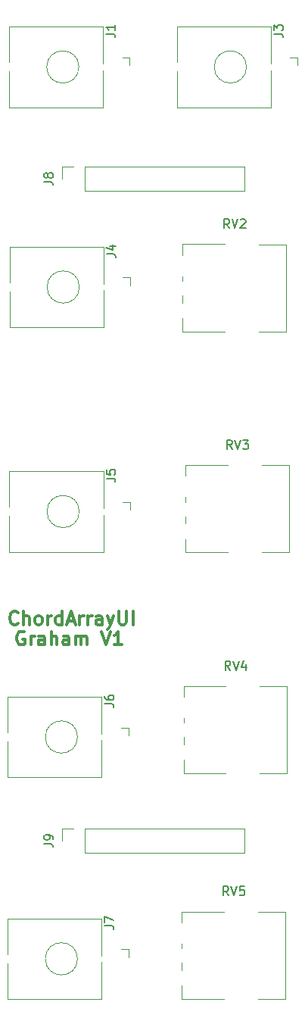
<source format=gbr>
G04 #@! TF.GenerationSoftware,KiCad,Pcbnew,5.1.6-1.fc31*
G04 #@! TF.CreationDate,2020-06-18T16:59:41-04:00*
G04 #@! TF.ProjectId,ChordArrayGUI,43686f72-6441-4727-9261-794755492e6b,rev?*
G04 #@! TF.SameCoordinates,Original*
G04 #@! TF.FileFunction,Legend,Top*
G04 #@! TF.FilePolarity,Positive*
%FSLAX46Y46*%
G04 Gerber Fmt 4.6, Leading zero omitted, Abs format (unit mm)*
G04 Created by KiCad (PCBNEW 5.1.6-1.fc31) date 2020-06-18 16:59:41*
%MOMM*%
%LPD*%
G01*
G04 APERTURE LIST*
%ADD10C,0.300000*%
%ADD11C,0.120000*%
%ADD12C,0.150000*%
G04 APERTURE END LIST*
D10*
X102464285Y-86170000D02*
X102321428Y-86098571D01*
X102107142Y-86098571D01*
X101892857Y-86170000D01*
X101750000Y-86312857D01*
X101678571Y-86455714D01*
X101607142Y-86741428D01*
X101607142Y-86955714D01*
X101678571Y-87241428D01*
X101750000Y-87384285D01*
X101892857Y-87527142D01*
X102107142Y-87598571D01*
X102250000Y-87598571D01*
X102464285Y-87527142D01*
X102535714Y-87455714D01*
X102535714Y-86955714D01*
X102250000Y-86955714D01*
X103178571Y-87598571D02*
X103178571Y-86598571D01*
X103178571Y-86884285D02*
X103250000Y-86741428D01*
X103321428Y-86670000D01*
X103464285Y-86598571D01*
X103607142Y-86598571D01*
X104750000Y-87598571D02*
X104750000Y-86812857D01*
X104678571Y-86670000D01*
X104535714Y-86598571D01*
X104250000Y-86598571D01*
X104107142Y-86670000D01*
X104750000Y-87527142D02*
X104607142Y-87598571D01*
X104250000Y-87598571D01*
X104107142Y-87527142D01*
X104035714Y-87384285D01*
X104035714Y-87241428D01*
X104107142Y-87098571D01*
X104250000Y-87027142D01*
X104607142Y-87027142D01*
X104750000Y-86955714D01*
X105464285Y-87598571D02*
X105464285Y-86098571D01*
X106107142Y-87598571D02*
X106107142Y-86812857D01*
X106035714Y-86670000D01*
X105892857Y-86598571D01*
X105678571Y-86598571D01*
X105535714Y-86670000D01*
X105464285Y-86741428D01*
X107464285Y-87598571D02*
X107464285Y-86812857D01*
X107392857Y-86670000D01*
X107250000Y-86598571D01*
X106964285Y-86598571D01*
X106821428Y-86670000D01*
X107464285Y-87527142D02*
X107321428Y-87598571D01*
X106964285Y-87598571D01*
X106821428Y-87527142D01*
X106750000Y-87384285D01*
X106750000Y-87241428D01*
X106821428Y-87098571D01*
X106964285Y-87027142D01*
X107321428Y-87027142D01*
X107464285Y-86955714D01*
X108178571Y-87598571D02*
X108178571Y-86598571D01*
X108178571Y-86741428D02*
X108250000Y-86670000D01*
X108392857Y-86598571D01*
X108607142Y-86598571D01*
X108750000Y-86670000D01*
X108821428Y-86812857D01*
X108821428Y-87598571D01*
X108821428Y-86812857D02*
X108892857Y-86670000D01*
X109035714Y-86598571D01*
X109250000Y-86598571D01*
X109392857Y-86670000D01*
X109464285Y-86812857D01*
X109464285Y-87598571D01*
X111107142Y-86098571D02*
X111607142Y-87598571D01*
X112107142Y-86098571D01*
X113392857Y-87598571D02*
X112535714Y-87598571D01*
X112964285Y-87598571D02*
X112964285Y-86098571D01*
X112821428Y-86312857D01*
X112678571Y-86455714D01*
X112535714Y-86527142D01*
X101750000Y-85205714D02*
X101678571Y-85277142D01*
X101464285Y-85348571D01*
X101321428Y-85348571D01*
X101107142Y-85277142D01*
X100964285Y-85134285D01*
X100892857Y-84991428D01*
X100821428Y-84705714D01*
X100821428Y-84491428D01*
X100892857Y-84205714D01*
X100964285Y-84062857D01*
X101107142Y-83920000D01*
X101321428Y-83848571D01*
X101464285Y-83848571D01*
X101678571Y-83920000D01*
X101750000Y-83991428D01*
X102392857Y-85348571D02*
X102392857Y-83848571D01*
X103035714Y-85348571D02*
X103035714Y-84562857D01*
X102964285Y-84420000D01*
X102821428Y-84348571D01*
X102607142Y-84348571D01*
X102464285Y-84420000D01*
X102392857Y-84491428D01*
X103964285Y-85348571D02*
X103821428Y-85277142D01*
X103750000Y-85205714D01*
X103678571Y-85062857D01*
X103678571Y-84634285D01*
X103750000Y-84491428D01*
X103821428Y-84420000D01*
X103964285Y-84348571D01*
X104178571Y-84348571D01*
X104321428Y-84420000D01*
X104392857Y-84491428D01*
X104464285Y-84634285D01*
X104464285Y-85062857D01*
X104392857Y-85205714D01*
X104321428Y-85277142D01*
X104178571Y-85348571D01*
X103964285Y-85348571D01*
X105107142Y-85348571D02*
X105107142Y-84348571D01*
X105107142Y-84634285D02*
X105178571Y-84491428D01*
X105250000Y-84420000D01*
X105392857Y-84348571D01*
X105535714Y-84348571D01*
X106678571Y-85348571D02*
X106678571Y-83848571D01*
X106678571Y-85277142D02*
X106535714Y-85348571D01*
X106250000Y-85348571D01*
X106107142Y-85277142D01*
X106035714Y-85205714D01*
X105964285Y-85062857D01*
X105964285Y-84634285D01*
X106035714Y-84491428D01*
X106107142Y-84420000D01*
X106250000Y-84348571D01*
X106535714Y-84348571D01*
X106678571Y-84420000D01*
X107321428Y-84920000D02*
X108035714Y-84920000D01*
X107178571Y-85348571D02*
X107678571Y-83848571D01*
X108178571Y-85348571D01*
X108678571Y-85348571D02*
X108678571Y-84348571D01*
X108678571Y-84634285D02*
X108750000Y-84491428D01*
X108821428Y-84420000D01*
X108964285Y-84348571D01*
X109107142Y-84348571D01*
X109607142Y-85348571D02*
X109607142Y-84348571D01*
X109607142Y-84634285D02*
X109678571Y-84491428D01*
X109750000Y-84420000D01*
X109892857Y-84348571D01*
X110035714Y-84348571D01*
X111178571Y-85348571D02*
X111178571Y-84562857D01*
X111107142Y-84420000D01*
X110964285Y-84348571D01*
X110678571Y-84348571D01*
X110535714Y-84420000D01*
X111178571Y-85277142D02*
X111035714Y-85348571D01*
X110678571Y-85348571D01*
X110535714Y-85277142D01*
X110464285Y-85134285D01*
X110464285Y-84991428D01*
X110535714Y-84848571D01*
X110678571Y-84777142D01*
X111035714Y-84777142D01*
X111178571Y-84705714D01*
X111750000Y-84348571D02*
X112107142Y-85348571D01*
X112464285Y-84348571D02*
X112107142Y-85348571D01*
X111964285Y-85705714D01*
X111892857Y-85777142D01*
X111750000Y-85848571D01*
X113035714Y-83848571D02*
X113035714Y-85062857D01*
X113107142Y-85205714D01*
X113178571Y-85277142D01*
X113321428Y-85348571D01*
X113607142Y-85348571D01*
X113750000Y-85277142D01*
X113821428Y-85205714D01*
X113892857Y-85062857D01*
X113892857Y-83848571D01*
X114607142Y-85348571D02*
X114607142Y-83848571D01*
D11*
G04 #@! TO.C,J9*
X109270000Y-110830000D02*
X109270000Y-108170000D01*
X109270000Y-110830000D02*
X127110000Y-110830000D01*
X127110000Y-110830000D02*
X127110000Y-108170000D01*
X109270000Y-108170000D02*
X127110000Y-108170000D01*
X106670000Y-108170000D02*
X108000000Y-108170000D01*
X106670000Y-109500000D02*
X106670000Y-108170000D01*
G04 #@! TO.C,J8*
X109270000Y-36830000D02*
X109270000Y-34170000D01*
X109270000Y-36830000D02*
X127110000Y-36830000D01*
X127110000Y-36830000D02*
X127110000Y-34170000D01*
X109270000Y-34170000D02*
X127110000Y-34170000D01*
X106670000Y-34170000D02*
X108000000Y-34170000D01*
X106670000Y-35500000D02*
X106670000Y-34170000D01*
G04 #@! TO.C,J1*
X111270000Y-18500000D02*
X100770000Y-18500000D01*
X111270000Y-27500000D02*
X100770000Y-27500000D01*
X100770000Y-27500000D02*
X100770000Y-23500000D01*
X100770000Y-22500000D02*
X100770000Y-18500000D01*
X111270000Y-27500000D02*
X111270000Y-23350000D01*
X111270000Y-22650000D02*
X111270000Y-18500000D01*
X108570000Y-23000000D02*
G75*
G03*
X108570000Y-23000000I-1800000J0D01*
G01*
X114250000Y-21940000D02*
X113450000Y-21940000D01*
X114250000Y-21940000D02*
X114250000Y-22800000D01*
G04 #@! TO.C,J3*
X133000000Y-21940000D02*
X133000000Y-22800000D01*
X133000000Y-21940000D02*
X132200000Y-21940000D01*
X127320000Y-23000000D02*
G75*
G03*
X127320000Y-23000000I-1800000J0D01*
G01*
X130020000Y-22650000D02*
X130020000Y-18500000D01*
X130020000Y-27500000D02*
X130020000Y-23350000D01*
X119520000Y-22500000D02*
X119520000Y-18500000D01*
X119520000Y-27500000D02*
X119520000Y-23500000D01*
X130020000Y-27500000D02*
X119520000Y-27500000D01*
X130020000Y-18500000D02*
X119520000Y-18500000D01*
G04 #@! TO.C,J4*
X111320000Y-43100000D02*
X100820000Y-43100000D01*
X111320000Y-52100000D02*
X100820000Y-52100000D01*
X100820000Y-52100000D02*
X100820000Y-48100000D01*
X100820000Y-47100000D02*
X100820000Y-43100000D01*
X111320000Y-52100000D02*
X111320000Y-47950000D01*
X111320000Y-47250000D02*
X111320000Y-43100000D01*
X108620000Y-47600000D02*
G75*
G03*
X108620000Y-47600000I-1800000J0D01*
G01*
X114300000Y-46540000D02*
X113500000Y-46540000D01*
X114300000Y-46540000D02*
X114300000Y-47400000D01*
G04 #@! TO.C,J5*
X111304000Y-68200000D02*
X100804000Y-68200000D01*
X111304000Y-77200000D02*
X100804000Y-77200000D01*
X100804000Y-77200000D02*
X100804000Y-73200000D01*
X100804000Y-72200000D02*
X100804000Y-68200000D01*
X111304000Y-77200000D02*
X111304000Y-73050000D01*
X111304000Y-72350000D02*
X111304000Y-68200000D01*
X108604000Y-72700000D02*
G75*
G03*
X108604000Y-72700000I-1800000J0D01*
G01*
X114284000Y-71640000D02*
X113484000Y-71640000D01*
X114284000Y-71640000D02*
X114284000Y-72500000D01*
G04 #@! TO.C,J6*
X114100000Y-96840000D02*
X114100000Y-97700000D01*
X114100000Y-96840000D02*
X113300000Y-96840000D01*
X108420000Y-97900000D02*
G75*
G03*
X108420000Y-97900000I-1800000J0D01*
G01*
X111120000Y-97550000D02*
X111120000Y-93400000D01*
X111120000Y-102400000D02*
X111120000Y-98250000D01*
X100620000Y-97400000D02*
X100620000Y-93400000D01*
X100620000Y-102400000D02*
X100620000Y-98400000D01*
X111120000Y-102400000D02*
X100620000Y-102400000D01*
X111120000Y-93400000D02*
X100620000Y-93400000D01*
G04 #@! TO.C,J7*
X114100000Y-121640000D02*
X114100000Y-122500000D01*
X114100000Y-121640000D02*
X113300000Y-121640000D01*
X108420000Y-122700000D02*
G75*
G03*
X108420000Y-122700000I-1800000J0D01*
G01*
X111120000Y-122350000D02*
X111120000Y-118200000D01*
X111120000Y-127200000D02*
X111120000Y-123050000D01*
X100620000Y-122200000D02*
X100620000Y-118200000D01*
X100620000Y-127200000D02*
X100620000Y-123200000D01*
X111120000Y-127200000D02*
X100620000Y-127200000D01*
X111120000Y-118200000D02*
X100620000Y-118200000D01*
G04 #@! TO.C,RV2*
X120180000Y-49360000D02*
X120180000Y-48530000D01*
X120180000Y-46910000D02*
X120180000Y-46380000D01*
X120180000Y-44010000D02*
X120180000Y-42830000D01*
X120180000Y-52570000D02*
X124900000Y-52570000D01*
X128710000Y-42830000D02*
X131770000Y-42830000D01*
X120180000Y-42820000D02*
X124900000Y-42820000D01*
X128710000Y-52570000D02*
X131770000Y-52570000D01*
X120180000Y-52570000D02*
X120180000Y-51080000D01*
X131770000Y-52570000D02*
X131770000Y-42830000D01*
G04 #@! TO.C,RV3*
X120480000Y-74060000D02*
X120480000Y-73230000D01*
X120480000Y-71610000D02*
X120480000Y-71080000D01*
X120480000Y-68710000D02*
X120480000Y-67530000D01*
X120480000Y-77270000D02*
X125200000Y-77270000D01*
X129010000Y-67530000D02*
X132070000Y-67530000D01*
X120480000Y-67520000D02*
X125200000Y-67520000D01*
X129010000Y-77270000D02*
X132070000Y-77270000D01*
X120480000Y-77270000D02*
X120480000Y-75780000D01*
X132070000Y-77270000D02*
X132070000Y-67530000D01*
G04 #@! TO.C,RV4*
X131870000Y-101970000D02*
X131870000Y-92230000D01*
X120280000Y-101970000D02*
X120280000Y-100480000D01*
X128810000Y-101970000D02*
X131870000Y-101970000D01*
X120280000Y-92220000D02*
X125000000Y-92220000D01*
X128810000Y-92230000D02*
X131870000Y-92230000D01*
X120280000Y-101970000D02*
X125000000Y-101970000D01*
X120280000Y-93410000D02*
X120280000Y-92230000D01*
X120280000Y-96310000D02*
X120280000Y-95780000D01*
X120280000Y-98760000D02*
X120280000Y-97930000D01*
G04 #@! TO.C,RV5*
X131670000Y-127170000D02*
X131670000Y-117430000D01*
X120080000Y-127170000D02*
X120080000Y-125680000D01*
X128610000Y-127170000D02*
X131670000Y-127170000D01*
X120080000Y-117420000D02*
X124800000Y-117420000D01*
X128610000Y-117430000D02*
X131670000Y-117430000D01*
X120080000Y-127170000D02*
X124800000Y-127170000D01*
X120080000Y-118610000D02*
X120080000Y-117430000D01*
X120080000Y-121510000D02*
X120080000Y-120980000D01*
X120080000Y-123960000D02*
X120080000Y-123130000D01*
G04 #@! TO.C,J9*
D12*
X104682380Y-109833333D02*
X105396666Y-109833333D01*
X105539523Y-109880952D01*
X105634761Y-109976190D01*
X105682380Y-110119047D01*
X105682380Y-110214285D01*
X105682380Y-109309523D02*
X105682380Y-109119047D01*
X105634761Y-109023809D01*
X105587142Y-108976190D01*
X105444285Y-108880952D01*
X105253809Y-108833333D01*
X104872857Y-108833333D01*
X104777619Y-108880952D01*
X104730000Y-108928571D01*
X104682380Y-109023809D01*
X104682380Y-109214285D01*
X104730000Y-109309523D01*
X104777619Y-109357142D01*
X104872857Y-109404761D01*
X105110952Y-109404761D01*
X105206190Y-109357142D01*
X105253809Y-109309523D01*
X105301428Y-109214285D01*
X105301428Y-109023809D01*
X105253809Y-108928571D01*
X105206190Y-108880952D01*
X105110952Y-108833333D01*
G04 #@! TO.C,J8*
X104682380Y-35833333D02*
X105396666Y-35833333D01*
X105539523Y-35880952D01*
X105634761Y-35976190D01*
X105682380Y-36119047D01*
X105682380Y-36214285D01*
X105110952Y-35214285D02*
X105063333Y-35309523D01*
X105015714Y-35357142D01*
X104920476Y-35404761D01*
X104872857Y-35404761D01*
X104777619Y-35357142D01*
X104730000Y-35309523D01*
X104682380Y-35214285D01*
X104682380Y-35023809D01*
X104730000Y-34928571D01*
X104777619Y-34880952D01*
X104872857Y-34833333D01*
X104920476Y-34833333D01*
X105015714Y-34880952D01*
X105063333Y-34928571D01*
X105110952Y-35023809D01*
X105110952Y-35214285D01*
X105158571Y-35309523D01*
X105206190Y-35357142D01*
X105301428Y-35404761D01*
X105491904Y-35404761D01*
X105587142Y-35357142D01*
X105634761Y-35309523D01*
X105682380Y-35214285D01*
X105682380Y-35023809D01*
X105634761Y-34928571D01*
X105587142Y-34880952D01*
X105491904Y-34833333D01*
X105301428Y-34833333D01*
X105206190Y-34880952D01*
X105158571Y-34928571D01*
X105110952Y-35023809D01*
G04 #@! TO.C,J1*
X111622380Y-19303333D02*
X112336666Y-19303333D01*
X112479523Y-19350952D01*
X112574761Y-19446190D01*
X112622380Y-19589047D01*
X112622380Y-19684285D01*
X112622380Y-18303333D02*
X112622380Y-18874761D01*
X112622380Y-18589047D02*
X111622380Y-18589047D01*
X111765238Y-18684285D01*
X111860476Y-18779523D01*
X111908095Y-18874761D01*
G04 #@! TO.C,J3*
X130372380Y-19303333D02*
X131086666Y-19303333D01*
X131229523Y-19350952D01*
X131324761Y-19446190D01*
X131372380Y-19589047D01*
X131372380Y-19684285D01*
X130372380Y-18922380D02*
X130372380Y-18303333D01*
X130753333Y-18636666D01*
X130753333Y-18493809D01*
X130800952Y-18398571D01*
X130848571Y-18350952D01*
X130943809Y-18303333D01*
X131181904Y-18303333D01*
X131277142Y-18350952D01*
X131324761Y-18398571D01*
X131372380Y-18493809D01*
X131372380Y-18779523D01*
X131324761Y-18874761D01*
X131277142Y-18922380D01*
G04 #@! TO.C,J4*
X111672380Y-43903333D02*
X112386666Y-43903333D01*
X112529523Y-43950952D01*
X112624761Y-44046190D01*
X112672380Y-44189047D01*
X112672380Y-44284285D01*
X112005714Y-42998571D02*
X112672380Y-42998571D01*
X111624761Y-43236666D02*
X112339047Y-43474761D01*
X112339047Y-42855714D01*
G04 #@! TO.C,J5*
X111656380Y-69003333D02*
X112370666Y-69003333D01*
X112513523Y-69050952D01*
X112608761Y-69146190D01*
X112656380Y-69289047D01*
X112656380Y-69384285D01*
X111656380Y-68050952D02*
X111656380Y-68527142D01*
X112132571Y-68574761D01*
X112084952Y-68527142D01*
X112037333Y-68431904D01*
X112037333Y-68193809D01*
X112084952Y-68098571D01*
X112132571Y-68050952D01*
X112227809Y-68003333D01*
X112465904Y-68003333D01*
X112561142Y-68050952D01*
X112608761Y-68098571D01*
X112656380Y-68193809D01*
X112656380Y-68431904D01*
X112608761Y-68527142D01*
X112561142Y-68574761D01*
G04 #@! TO.C,J6*
X111472380Y-94203333D02*
X112186666Y-94203333D01*
X112329523Y-94250952D01*
X112424761Y-94346190D01*
X112472380Y-94489047D01*
X112472380Y-94584285D01*
X111472380Y-93298571D02*
X111472380Y-93489047D01*
X111520000Y-93584285D01*
X111567619Y-93631904D01*
X111710476Y-93727142D01*
X111900952Y-93774761D01*
X112281904Y-93774761D01*
X112377142Y-93727142D01*
X112424761Y-93679523D01*
X112472380Y-93584285D01*
X112472380Y-93393809D01*
X112424761Y-93298571D01*
X112377142Y-93250952D01*
X112281904Y-93203333D01*
X112043809Y-93203333D01*
X111948571Y-93250952D01*
X111900952Y-93298571D01*
X111853333Y-93393809D01*
X111853333Y-93584285D01*
X111900952Y-93679523D01*
X111948571Y-93727142D01*
X112043809Y-93774761D01*
G04 #@! TO.C,J7*
X111472380Y-119003333D02*
X112186666Y-119003333D01*
X112329523Y-119050952D01*
X112424761Y-119146190D01*
X112472380Y-119289047D01*
X112472380Y-119384285D01*
X111472380Y-118622380D02*
X111472380Y-117955714D01*
X112472380Y-118384285D01*
G04 #@! TO.C,RV2*
X125414761Y-41012380D02*
X125081428Y-40536190D01*
X124843333Y-41012380D02*
X124843333Y-40012380D01*
X125224285Y-40012380D01*
X125319523Y-40060000D01*
X125367142Y-40107619D01*
X125414761Y-40202857D01*
X125414761Y-40345714D01*
X125367142Y-40440952D01*
X125319523Y-40488571D01*
X125224285Y-40536190D01*
X124843333Y-40536190D01*
X125700476Y-40012380D02*
X126033809Y-41012380D01*
X126367142Y-40012380D01*
X126652857Y-40107619D02*
X126700476Y-40060000D01*
X126795714Y-40012380D01*
X127033809Y-40012380D01*
X127129047Y-40060000D01*
X127176666Y-40107619D01*
X127224285Y-40202857D01*
X127224285Y-40298095D01*
X127176666Y-40440952D01*
X126605238Y-41012380D01*
X127224285Y-41012380D01*
G04 #@! TO.C,RV3*
X125714761Y-65712380D02*
X125381428Y-65236190D01*
X125143333Y-65712380D02*
X125143333Y-64712380D01*
X125524285Y-64712380D01*
X125619523Y-64760000D01*
X125667142Y-64807619D01*
X125714761Y-64902857D01*
X125714761Y-65045714D01*
X125667142Y-65140952D01*
X125619523Y-65188571D01*
X125524285Y-65236190D01*
X125143333Y-65236190D01*
X126000476Y-64712380D02*
X126333809Y-65712380D01*
X126667142Y-64712380D01*
X126905238Y-64712380D02*
X127524285Y-64712380D01*
X127190952Y-65093333D01*
X127333809Y-65093333D01*
X127429047Y-65140952D01*
X127476666Y-65188571D01*
X127524285Y-65283809D01*
X127524285Y-65521904D01*
X127476666Y-65617142D01*
X127429047Y-65664761D01*
X127333809Y-65712380D01*
X127048095Y-65712380D01*
X126952857Y-65664761D01*
X126905238Y-65617142D01*
G04 #@! TO.C,RV4*
X125514761Y-90412380D02*
X125181428Y-89936190D01*
X124943333Y-90412380D02*
X124943333Y-89412380D01*
X125324285Y-89412380D01*
X125419523Y-89460000D01*
X125467142Y-89507619D01*
X125514761Y-89602857D01*
X125514761Y-89745714D01*
X125467142Y-89840952D01*
X125419523Y-89888571D01*
X125324285Y-89936190D01*
X124943333Y-89936190D01*
X125800476Y-89412380D02*
X126133809Y-90412380D01*
X126467142Y-89412380D01*
X127229047Y-89745714D02*
X127229047Y-90412380D01*
X126990952Y-89364761D02*
X126752857Y-90079047D01*
X127371904Y-90079047D01*
G04 #@! TO.C,RV5*
X125314761Y-115612380D02*
X124981428Y-115136190D01*
X124743333Y-115612380D02*
X124743333Y-114612380D01*
X125124285Y-114612380D01*
X125219523Y-114660000D01*
X125267142Y-114707619D01*
X125314761Y-114802857D01*
X125314761Y-114945714D01*
X125267142Y-115040952D01*
X125219523Y-115088571D01*
X125124285Y-115136190D01*
X124743333Y-115136190D01*
X125600476Y-114612380D02*
X125933809Y-115612380D01*
X126267142Y-114612380D01*
X127076666Y-114612380D02*
X126600476Y-114612380D01*
X126552857Y-115088571D01*
X126600476Y-115040952D01*
X126695714Y-114993333D01*
X126933809Y-114993333D01*
X127029047Y-115040952D01*
X127076666Y-115088571D01*
X127124285Y-115183809D01*
X127124285Y-115421904D01*
X127076666Y-115517142D01*
X127029047Y-115564761D01*
X126933809Y-115612380D01*
X126695714Y-115612380D01*
X126600476Y-115564761D01*
X126552857Y-115517142D01*
G04 #@! TD*
M02*

</source>
